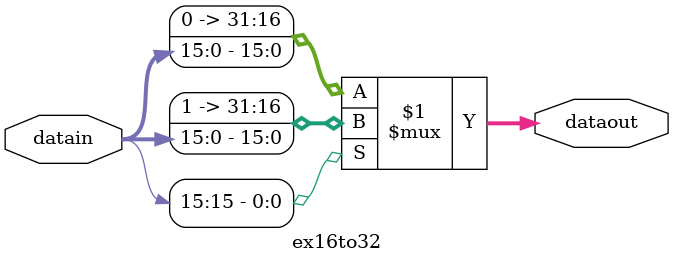
<source format=v>
module ex16to32(
    input wire [15:0] datain,
    output wire [31:0] dataout
);
assign dataout= (datain[15]) ? {{16{1'b1}}, datain} : {{16{1'b0}}, datain}; 

endmodule
</source>
